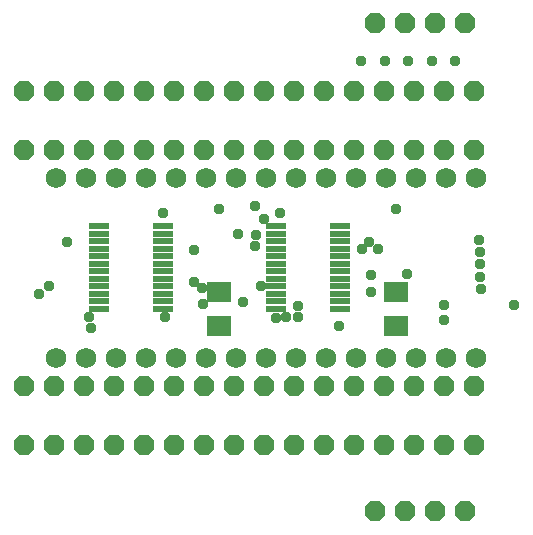
<source format=gbr>
G04 EAGLE Gerber RS-274X export*
G75*
%MOMM*%
%FSLAX34Y34*%
%LPD*%
%INSoldermask Bottom*%
%IPPOS*%
%AMOC8*
5,1,8,0,0,1.08239X$1,22.5*%
G01*
%ADD10P,1.869504X8X22.500000*%
%ADD11C,1.727200*%
%ADD12R,1.703200X0.603200*%
%ADD13R,2.006200X1.803200*%
%ADD14C,0.959600*%


D10*
X14500Y74700D03*
X39900Y74700D03*
X65300Y74700D03*
X90700Y74700D03*
X116100Y74700D03*
X141500Y74700D03*
X166900Y74700D03*
X192300Y74700D03*
X217700Y74700D03*
X243100Y74700D03*
X268500Y74700D03*
X293900Y74700D03*
X319300Y74700D03*
X344700Y74700D03*
X370100Y74700D03*
X395500Y74700D03*
X14500Y124700D03*
X39900Y124700D03*
X65300Y124700D03*
X90700Y124700D03*
X116100Y124700D03*
X141500Y124700D03*
X166900Y124700D03*
X192300Y124700D03*
X217700Y124700D03*
X243100Y124700D03*
X268500Y124700D03*
X293900Y124700D03*
X319300Y124700D03*
X344700Y124700D03*
X370100Y124700D03*
X395500Y124700D03*
X14500Y324700D03*
X39900Y324700D03*
X65300Y324700D03*
X90700Y324700D03*
X116100Y324700D03*
X141500Y324700D03*
X166900Y324700D03*
X192300Y324700D03*
X217700Y324700D03*
X243100Y324700D03*
X268500Y324700D03*
X293900Y324700D03*
X319300Y324700D03*
X344700Y324700D03*
X370100Y324700D03*
X395500Y324700D03*
X14500Y374700D03*
X39900Y374700D03*
X65300Y374700D03*
X90700Y374700D03*
X116100Y374700D03*
X141500Y374700D03*
X166900Y374700D03*
X192300Y374700D03*
X217700Y374700D03*
X243100Y374700D03*
X268500Y374700D03*
X293900Y374700D03*
X319300Y374700D03*
X344700Y374700D03*
X370100Y374700D03*
X395500Y374700D03*
X311900Y18700D03*
X337300Y18700D03*
X362700Y18700D03*
X388100Y18700D03*
X311900Y431700D03*
X337300Y431700D03*
X362700Y431700D03*
X388100Y431700D03*
D11*
X220000Y301200D03*
X245400Y301200D03*
X270800Y301200D03*
X296200Y301200D03*
X321600Y301200D03*
X347000Y301200D03*
X194600Y301200D03*
X169200Y301200D03*
X143800Y301200D03*
X118400Y301200D03*
X93000Y301200D03*
X67600Y301200D03*
X42200Y301200D03*
X372400Y301200D03*
X397800Y301200D03*
X220000Y148800D03*
X194600Y148800D03*
X169200Y148800D03*
X143800Y148800D03*
X118400Y148800D03*
X93000Y148800D03*
X245400Y148800D03*
X270800Y148800D03*
X296200Y148800D03*
X321600Y148800D03*
X347000Y148800D03*
X372400Y148800D03*
X397800Y148800D03*
X67600Y148800D03*
X42200Y148800D03*
D12*
X78260Y190086D03*
X78260Y196436D03*
X78260Y202786D03*
X78260Y209136D03*
X78260Y215486D03*
X78260Y221836D03*
X78260Y228186D03*
X78260Y234536D03*
X78260Y240886D03*
X78260Y247236D03*
X78260Y253586D03*
X78260Y259936D03*
X132235Y259936D03*
X132235Y253586D03*
X132235Y247236D03*
X132235Y240886D03*
X132235Y234536D03*
X132235Y228186D03*
X132235Y221836D03*
X132235Y215486D03*
X132235Y209136D03*
X132235Y202786D03*
X132235Y196436D03*
X132235Y190086D03*
X228260Y190086D03*
X228260Y196436D03*
X228260Y202786D03*
X228260Y209136D03*
X228260Y215486D03*
X228260Y221836D03*
X228260Y228186D03*
X228260Y234536D03*
X228260Y240886D03*
X228260Y247236D03*
X228260Y253586D03*
X228260Y259936D03*
X282235Y259936D03*
X282235Y253586D03*
X282235Y247236D03*
X282235Y240886D03*
X282235Y234536D03*
X282235Y228186D03*
X282235Y221836D03*
X282235Y215486D03*
X282235Y209136D03*
X282235Y202786D03*
X282235Y196436D03*
X282235Y190086D03*
D13*
X180000Y175780D03*
X180000Y204220D03*
X330000Y175780D03*
X330000Y204220D03*
D14*
X27500Y203000D03*
X51500Y246500D03*
X211000Y252252D03*
X195860Y253760D03*
X215174Y208986D03*
X35500Y209000D03*
X210356Y243418D03*
X370000Y193250D03*
X281300Y175400D03*
X133720Y183012D03*
X132400Y271300D03*
X166300Y194000D03*
X158800Y240000D03*
X180000Y175780D03*
X330000Y175780D03*
X330000Y274220D03*
X180000Y274220D03*
X158404Y213098D03*
X370000Y180550D03*
X430000Y193250D03*
X217910Y266388D03*
X210500Y277252D03*
X71080Y174152D03*
X300700Y240350D03*
X308100Y218600D03*
X308800Y204300D03*
X338700Y219700D03*
X246300Y192100D03*
X246600Y183400D03*
X236800Y182800D03*
X228100Y182600D03*
X307200Y246400D03*
X314100Y240800D03*
X400300Y248600D03*
X400500Y238500D03*
X400700Y228300D03*
X401100Y217100D03*
X401400Y206700D03*
X300000Y400000D03*
X320000Y400000D03*
X340000Y400000D03*
X360000Y400000D03*
X380000Y400000D03*
X69514Y182986D03*
X165600Y207900D03*
X200000Y196100D03*
X231800Y271200D03*
M02*

</source>
